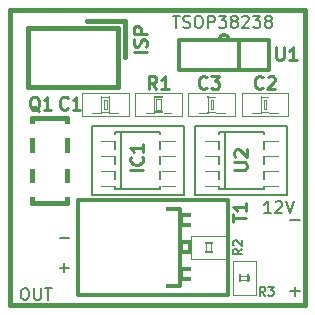
<source format=gto>
G04 (created by PCBNEW (2012-11-23 BZR 3812)-testing) date Tue 27 Nov 2012 09:48:54 PM CET*
%MOIN*%
G04 Gerber Fmt 3.4, Leading zero omitted, Abs format*
%FSLAX34Y34*%
G01*
G70*
G90*
G04 APERTURE LIST*
%ADD10C,3.14961e-06*%
%ADD11C,0.008*%
%ADD12C,0.015*%
%ADD13C,0.011811*%
%ADD14C,0.012*%
%ADD15C,0.0026*%
%ADD16C,0.006*%
%ADD17C,0.002*%
%ADD18C,0.004*%
%ADD19C,0.0078*%
%ADD20C,0.00984252*%
%ADD21C,0.00738189*%
%ADD22R,0.11811X0.0787402*%
%ADD23O,0.11811X0.0787402*%
%ADD24R,0.055X0.055*%
%ADD25C,0.055*%
%ADD26R,0.06X0.06*%
%ADD27C,0.06*%
%ADD28R,0.0511X0.059*%
%ADD29R,0.0866X0.0236*%
%ADD30R,0.0984252X0.0590551*%
%ADD31R,0.275591X0.275591*%
%ADD32R,0.0393X0.0433*%
%ADD33R,0.149606X0.0472441*%
%ADD34R,0.149606X0.0551181*%
%ADD35R,0.0433X0.0393*%
G04 APERTURE END LIST*
G54D10*
G54D11*
X38492Y-19965D02*
X38263Y-19965D01*
X38378Y-19965D02*
X38378Y-19565D01*
X38340Y-19622D01*
X38302Y-19660D01*
X38263Y-19679D01*
X38644Y-19603D02*
X38663Y-19584D01*
X38702Y-19565D01*
X38797Y-19565D01*
X38835Y-19584D01*
X38854Y-19603D01*
X38873Y-19641D01*
X38873Y-19679D01*
X38854Y-19736D01*
X38625Y-19965D01*
X38873Y-19965D01*
X38987Y-19565D02*
X39121Y-19965D01*
X39254Y-19565D01*
X30249Y-22458D02*
X30325Y-22458D01*
X30363Y-22477D01*
X30401Y-22515D01*
X30421Y-22592D01*
X30421Y-22725D01*
X30401Y-22801D01*
X30363Y-22839D01*
X30325Y-22858D01*
X30249Y-22858D01*
X30211Y-22839D01*
X30173Y-22801D01*
X30154Y-22725D01*
X30154Y-22592D01*
X30173Y-22515D01*
X30211Y-22477D01*
X30249Y-22458D01*
X30592Y-22458D02*
X30592Y-22782D01*
X30611Y-22820D01*
X30630Y-22839D01*
X30668Y-22858D01*
X30744Y-22858D01*
X30782Y-22839D01*
X30801Y-22820D01*
X30821Y-22782D01*
X30821Y-22458D01*
X30954Y-22458D02*
X31182Y-22458D01*
X31068Y-22858D02*
X31068Y-22458D01*
X35223Y-13383D02*
X35451Y-13383D01*
X35337Y-13783D02*
X35337Y-13383D01*
X35565Y-13764D02*
X35623Y-13783D01*
X35718Y-13783D01*
X35756Y-13764D01*
X35775Y-13745D01*
X35794Y-13707D01*
X35794Y-13669D01*
X35775Y-13631D01*
X35756Y-13612D01*
X35718Y-13593D01*
X35642Y-13574D01*
X35604Y-13555D01*
X35585Y-13536D01*
X35565Y-13498D01*
X35565Y-13460D01*
X35585Y-13422D01*
X35604Y-13402D01*
X35642Y-13383D01*
X35737Y-13383D01*
X35794Y-13402D01*
X36042Y-13383D02*
X36118Y-13383D01*
X36156Y-13402D01*
X36194Y-13441D01*
X36213Y-13517D01*
X36213Y-13650D01*
X36194Y-13726D01*
X36156Y-13764D01*
X36118Y-13783D01*
X36042Y-13783D01*
X36004Y-13764D01*
X35965Y-13726D01*
X35946Y-13650D01*
X35946Y-13517D01*
X35965Y-13441D01*
X36004Y-13402D01*
X36042Y-13383D01*
X36385Y-13783D02*
X36385Y-13383D01*
X36537Y-13383D01*
X36575Y-13402D01*
X36594Y-13422D01*
X36613Y-13460D01*
X36613Y-13517D01*
X36594Y-13555D01*
X36575Y-13574D01*
X36537Y-13593D01*
X36385Y-13593D01*
X36746Y-13383D02*
X36994Y-13383D01*
X36861Y-13536D01*
X36918Y-13536D01*
X36956Y-13555D01*
X36975Y-13574D01*
X36994Y-13612D01*
X36994Y-13707D01*
X36975Y-13745D01*
X36956Y-13764D01*
X36918Y-13783D01*
X36804Y-13783D01*
X36765Y-13764D01*
X36746Y-13745D01*
X37223Y-13555D02*
X37185Y-13536D01*
X37165Y-13517D01*
X37146Y-13479D01*
X37146Y-13460D01*
X37165Y-13422D01*
X37185Y-13402D01*
X37223Y-13383D01*
X37299Y-13383D01*
X37337Y-13402D01*
X37356Y-13422D01*
X37375Y-13460D01*
X37375Y-13479D01*
X37356Y-13517D01*
X37337Y-13536D01*
X37299Y-13555D01*
X37223Y-13555D01*
X37185Y-13574D01*
X37165Y-13593D01*
X37146Y-13631D01*
X37146Y-13707D01*
X37165Y-13745D01*
X37185Y-13764D01*
X37223Y-13783D01*
X37299Y-13783D01*
X37337Y-13764D01*
X37356Y-13745D01*
X37375Y-13707D01*
X37375Y-13631D01*
X37356Y-13593D01*
X37337Y-13574D01*
X37299Y-13555D01*
X37527Y-13422D02*
X37546Y-13402D01*
X37585Y-13383D01*
X37680Y-13383D01*
X37718Y-13402D01*
X37737Y-13422D01*
X37756Y-13460D01*
X37756Y-13498D01*
X37737Y-13555D01*
X37508Y-13783D01*
X37756Y-13783D01*
X37889Y-13383D02*
X38137Y-13383D01*
X38004Y-13536D01*
X38061Y-13536D01*
X38099Y-13555D01*
X38118Y-13574D01*
X38137Y-13612D01*
X38137Y-13707D01*
X38118Y-13745D01*
X38099Y-13764D01*
X38061Y-13783D01*
X37946Y-13783D01*
X37908Y-13764D01*
X37889Y-13745D01*
X38365Y-13555D02*
X38327Y-13536D01*
X38308Y-13517D01*
X38289Y-13479D01*
X38289Y-13460D01*
X38308Y-13422D01*
X38327Y-13402D01*
X38365Y-13383D01*
X38442Y-13383D01*
X38480Y-13402D01*
X38499Y-13422D01*
X38518Y-13460D01*
X38518Y-13479D01*
X38499Y-13517D01*
X38480Y-13536D01*
X38442Y-13555D01*
X38365Y-13555D01*
X38327Y-13574D01*
X38308Y-13593D01*
X38289Y-13631D01*
X38289Y-13707D01*
X38308Y-13745D01*
X38327Y-13764D01*
X38365Y-13783D01*
X38442Y-13783D01*
X38480Y-13764D01*
X38499Y-13745D01*
X38518Y-13707D01*
X38518Y-13631D01*
X38499Y-13593D01*
X38480Y-13574D01*
X38442Y-13555D01*
X39443Y-20187D02*
X39138Y-20187D01*
X39138Y-22568D02*
X39443Y-22568D01*
X39291Y-22720D02*
X39291Y-22416D01*
X31442Y-20777D02*
X31746Y-20777D01*
X31442Y-21781D02*
X31746Y-21781D01*
X31594Y-21933D02*
X31594Y-21628D01*
G54D12*
X29783Y-23031D02*
X29783Y-13188D01*
X39625Y-23031D02*
X29783Y-23031D01*
X39625Y-13188D02*
X39625Y-23031D01*
X29783Y-13188D02*
X39625Y-13188D01*
G54D13*
X36929Y-14015D02*
G75*
G03X36771Y-14173I0J-157D01*
G74*
G01*
X37086Y-14173D02*
G75*
G03X36929Y-14015I-157J0D01*
G74*
G01*
G54D14*
X38429Y-14185D02*
X38429Y-15185D01*
X38429Y-15185D02*
X35429Y-15185D01*
X35429Y-15185D02*
X35429Y-14185D01*
X35429Y-14185D02*
X38429Y-14185D01*
X37429Y-15185D02*
X37429Y-14185D01*
G54D12*
X33385Y-15747D02*
X33385Y-13779D01*
X30393Y-13779D02*
X30393Y-15747D01*
X30393Y-15747D02*
X33385Y-15747D01*
X33385Y-13779D02*
X30432Y-13779D01*
X30432Y-13779D02*
X30393Y-13779D01*
X33621Y-13543D02*
X33621Y-14763D01*
X33621Y-13543D02*
X32361Y-13543D01*
G54D15*
X34584Y-16063D02*
X34329Y-16063D01*
X34329Y-16063D02*
X34329Y-16614D01*
X34584Y-16614D02*
X34329Y-16614D01*
X34584Y-16063D02*
X34584Y-16614D01*
X35164Y-16063D02*
X34908Y-16063D01*
X34908Y-16063D02*
X34908Y-16614D01*
X35164Y-16614D02*
X34908Y-16614D01*
X35164Y-16063D02*
X35164Y-16614D01*
X34822Y-16142D02*
X34666Y-16142D01*
X34666Y-16142D02*
X34666Y-16534D01*
X34822Y-16534D02*
X34666Y-16534D01*
X34822Y-16142D02*
X34822Y-16534D01*
G54D16*
X34905Y-16588D02*
X34583Y-16588D01*
X34905Y-16088D02*
X34583Y-16088D01*
G54D17*
X35520Y-16725D02*
X33968Y-16725D01*
X33968Y-16725D02*
X33968Y-15951D01*
X33968Y-15951D02*
X35520Y-15951D01*
X35520Y-15951D02*
X35520Y-16725D01*
G54D15*
X36944Y-16053D02*
X36649Y-16053D01*
X36649Y-16053D02*
X36649Y-16623D01*
X36944Y-16623D02*
X36649Y-16623D01*
X36944Y-16053D02*
X36944Y-16623D01*
X36375Y-16053D02*
X36080Y-16053D01*
X36080Y-16053D02*
X36080Y-16623D01*
X36375Y-16623D02*
X36080Y-16623D01*
X36375Y-16053D02*
X36375Y-16623D01*
X36554Y-16181D02*
X36476Y-16181D01*
X36476Y-16181D02*
X36476Y-16495D01*
X36554Y-16495D02*
X36476Y-16495D01*
X36554Y-16181D02*
X36554Y-16495D01*
G54D17*
X37291Y-16725D02*
X35739Y-16725D01*
X35739Y-15951D02*
X37291Y-15951D01*
X37291Y-15951D02*
X37291Y-16725D01*
G54D18*
X36665Y-16597D02*
X36365Y-16597D01*
X36655Y-16079D02*
X36365Y-16079D01*
G54D17*
X35739Y-16725D02*
X35739Y-15951D01*
G54D15*
X38716Y-16053D02*
X38421Y-16053D01*
X38421Y-16053D02*
X38421Y-16623D01*
X38716Y-16623D02*
X38421Y-16623D01*
X38716Y-16053D02*
X38716Y-16623D01*
X38147Y-16053D02*
X37852Y-16053D01*
X37852Y-16053D02*
X37852Y-16623D01*
X38147Y-16623D02*
X37852Y-16623D01*
X38147Y-16053D02*
X38147Y-16623D01*
X38326Y-16181D02*
X38248Y-16181D01*
X38248Y-16181D02*
X38248Y-16495D01*
X38326Y-16495D02*
X38248Y-16495D01*
X38326Y-16181D02*
X38326Y-16495D01*
G54D17*
X39063Y-16725D02*
X37511Y-16725D01*
X37511Y-15951D02*
X39063Y-15951D01*
X39063Y-15951D02*
X39063Y-16725D01*
G54D18*
X38437Y-16597D02*
X38137Y-16597D01*
X38427Y-16079D02*
X38137Y-16079D01*
G54D17*
X37511Y-16725D02*
X37511Y-15951D01*
G54D15*
X33401Y-16053D02*
X33106Y-16053D01*
X33106Y-16053D02*
X33106Y-16623D01*
X33401Y-16623D02*
X33106Y-16623D01*
X33401Y-16053D02*
X33401Y-16623D01*
X32832Y-16053D02*
X32537Y-16053D01*
X32537Y-16053D02*
X32537Y-16623D01*
X32832Y-16623D02*
X32537Y-16623D01*
X32832Y-16053D02*
X32832Y-16623D01*
X33011Y-16181D02*
X32933Y-16181D01*
X32933Y-16181D02*
X32933Y-16495D01*
X33011Y-16495D02*
X32933Y-16495D01*
X33011Y-16181D02*
X33011Y-16495D01*
G54D17*
X33748Y-16725D02*
X32196Y-16725D01*
X32196Y-15951D02*
X33748Y-15951D01*
X33748Y-15951D02*
X33748Y-16725D01*
G54D18*
X33122Y-16597D02*
X32822Y-16597D01*
X33112Y-16079D02*
X32822Y-16079D01*
G54D17*
X32196Y-16725D02*
X32196Y-15951D01*
G54D15*
X32835Y-17362D02*
X32835Y-17555D01*
X32835Y-17555D02*
X33268Y-17555D01*
X33268Y-17362D02*
X33268Y-17555D01*
X32835Y-17362D02*
X33268Y-17362D01*
X32835Y-17862D02*
X32835Y-18055D01*
X32835Y-18055D02*
X33268Y-18055D01*
X33268Y-17862D02*
X33268Y-18055D01*
X32835Y-17862D02*
X33268Y-17862D01*
X32835Y-18361D02*
X32835Y-18554D01*
X32835Y-18554D02*
X33268Y-18554D01*
X33268Y-18361D02*
X33268Y-18554D01*
X32835Y-18361D02*
X33268Y-18361D01*
X32835Y-18861D02*
X32835Y-19054D01*
X32835Y-19054D02*
X33268Y-19054D01*
X33268Y-18861D02*
X33268Y-19054D01*
X32835Y-18861D02*
X33268Y-18861D01*
X34842Y-18861D02*
X34842Y-19054D01*
X34842Y-19054D02*
X35275Y-19054D01*
X35275Y-18861D02*
X35275Y-19054D01*
X34842Y-18861D02*
X35275Y-18861D01*
X34842Y-18361D02*
X34842Y-18554D01*
X34842Y-18554D02*
X35275Y-18554D01*
X35275Y-18361D02*
X35275Y-18554D01*
X34842Y-18361D02*
X35275Y-18361D01*
X34842Y-17862D02*
X34842Y-18055D01*
X34842Y-18055D02*
X35275Y-18055D01*
X35275Y-17862D02*
X35275Y-18055D01*
X34842Y-17862D02*
X35275Y-17862D01*
X34842Y-17362D02*
X34842Y-17555D01*
X34842Y-17555D02*
X35275Y-17555D01*
X35275Y-17362D02*
X35275Y-17555D01*
X34842Y-17362D02*
X35275Y-17362D01*
G54D19*
X35590Y-17067D02*
X35590Y-19349D01*
X35590Y-19349D02*
X32520Y-19349D01*
X32520Y-19349D02*
X32520Y-17067D01*
X32520Y-17067D02*
X35590Y-17067D01*
G54D11*
X34803Y-19152D02*
X33504Y-19152D01*
X33504Y-19152D02*
X33307Y-19152D01*
X33307Y-19152D02*
X33307Y-17264D01*
X33307Y-17264D02*
X33504Y-17264D01*
X33504Y-17264D02*
X34803Y-17264D01*
X34803Y-17264D02*
X34803Y-19152D01*
X33504Y-19152D02*
X33504Y-17264D01*
G54D15*
X36280Y-17362D02*
X36280Y-17555D01*
X36280Y-17555D02*
X36713Y-17555D01*
X36713Y-17362D02*
X36713Y-17555D01*
X36280Y-17362D02*
X36713Y-17362D01*
X36280Y-17862D02*
X36280Y-18055D01*
X36280Y-18055D02*
X36713Y-18055D01*
X36713Y-17862D02*
X36713Y-18055D01*
X36280Y-17862D02*
X36713Y-17862D01*
X36280Y-18361D02*
X36280Y-18554D01*
X36280Y-18554D02*
X36713Y-18554D01*
X36713Y-18361D02*
X36713Y-18554D01*
X36280Y-18361D02*
X36713Y-18361D01*
X36280Y-18861D02*
X36280Y-19054D01*
X36280Y-19054D02*
X36713Y-19054D01*
X36713Y-18861D02*
X36713Y-19054D01*
X36280Y-18861D02*
X36713Y-18861D01*
X38287Y-18861D02*
X38287Y-19054D01*
X38287Y-19054D02*
X38720Y-19054D01*
X38720Y-18861D02*
X38720Y-19054D01*
X38287Y-18861D02*
X38720Y-18861D01*
X38287Y-18361D02*
X38287Y-18554D01*
X38287Y-18554D02*
X38720Y-18554D01*
X38720Y-18361D02*
X38720Y-18554D01*
X38287Y-18361D02*
X38720Y-18361D01*
X38287Y-17862D02*
X38287Y-18055D01*
X38287Y-18055D02*
X38720Y-18055D01*
X38720Y-17862D02*
X38720Y-18055D01*
X38287Y-17862D02*
X38720Y-17862D01*
X38287Y-17362D02*
X38287Y-17555D01*
X38287Y-17555D02*
X38720Y-17555D01*
X38720Y-17362D02*
X38720Y-17555D01*
X38287Y-17362D02*
X38720Y-17362D01*
G54D19*
X39035Y-17067D02*
X39035Y-19349D01*
X39035Y-19349D02*
X35965Y-19349D01*
X35965Y-19349D02*
X35965Y-17067D01*
X35965Y-17067D02*
X39035Y-17067D01*
G54D11*
X38248Y-19152D02*
X36949Y-19152D01*
X36949Y-19152D02*
X36752Y-19152D01*
X36752Y-19152D02*
X36752Y-17264D01*
X36752Y-17264D02*
X36949Y-17264D01*
X36949Y-17264D02*
X38248Y-17264D01*
X38248Y-17264D02*
X38248Y-19152D01*
X36949Y-19152D02*
X36949Y-17264D01*
G54D13*
X32047Y-22677D02*
X32047Y-19527D01*
X32047Y-19527D02*
X37047Y-19527D01*
X37047Y-19527D02*
X37047Y-22677D01*
X37047Y-22677D02*
X32047Y-22677D01*
X36636Y-22172D02*
X36636Y-21832D01*
X36636Y-21832D02*
X35496Y-21832D01*
X35496Y-22172D02*
X35496Y-21832D01*
X36636Y-22172D02*
X35496Y-22172D01*
X36636Y-20372D02*
X36636Y-20032D01*
X36636Y-20032D02*
X35496Y-20032D01*
X35496Y-20372D02*
X35496Y-20032D01*
X36636Y-20372D02*
X35496Y-20372D01*
X35796Y-21272D02*
X35796Y-20932D01*
X35796Y-20932D02*
X35496Y-20932D01*
X35496Y-21272D02*
X35496Y-20932D01*
X35796Y-21272D02*
X35496Y-21272D01*
X33096Y-19812D02*
X35456Y-19812D01*
X35456Y-19812D02*
X35456Y-22392D01*
X35456Y-22392D02*
X33096Y-22392D01*
X33097Y-22392D02*
X33097Y-19812D01*
X33056Y-22112D02*
X32776Y-22112D01*
X32776Y-22112D02*
X32596Y-21932D01*
X32596Y-21932D02*
X32596Y-20272D01*
X32596Y-20272D02*
X32776Y-20092D01*
X32776Y-20092D02*
X33056Y-20092D01*
X33056Y-20092D02*
X33056Y-22112D01*
X33056Y-22112D02*
X32776Y-22112D01*
X32776Y-22112D02*
X32596Y-21932D01*
X32596Y-21932D02*
X32596Y-20272D01*
X32596Y-20272D02*
X32776Y-20092D01*
X32776Y-20092D02*
X33056Y-20092D01*
X33056Y-20092D02*
X33056Y-22112D01*
G54D15*
X36587Y-21272D02*
X36747Y-21272D01*
X36747Y-21272D02*
X36747Y-20932D01*
X36587Y-20932D02*
X36747Y-20932D01*
X36587Y-21272D02*
X36587Y-20932D01*
X36087Y-21272D02*
X36247Y-21272D01*
X36247Y-21272D02*
X36247Y-20932D01*
X36087Y-20932D02*
X36247Y-20932D01*
X36087Y-21272D02*
X36087Y-20932D01*
X36339Y-21259D02*
X36495Y-21259D01*
X36495Y-21259D02*
X36495Y-20945D01*
X36339Y-20945D02*
X36495Y-20945D01*
X36339Y-21259D02*
X36339Y-20945D01*
G54D16*
X36247Y-21242D02*
X36587Y-21242D01*
X36587Y-20962D02*
X36247Y-20962D01*
G54D17*
X35838Y-20715D02*
X36996Y-20715D01*
X36996Y-20715D02*
X36996Y-21489D01*
X36996Y-21489D02*
X35838Y-21489D01*
X35838Y-21489D02*
X35838Y-20715D01*
G54D12*
X31692Y-16791D02*
X31692Y-19625D01*
X31692Y-19625D02*
X30511Y-19625D01*
X30511Y-19625D02*
X30511Y-16791D01*
X30511Y-16791D02*
X31692Y-16791D01*
G54D15*
X37428Y-22295D02*
X37428Y-22455D01*
X37428Y-22455D02*
X37768Y-22455D01*
X37768Y-22295D02*
X37768Y-22455D01*
X37428Y-22295D02*
X37768Y-22295D01*
X37428Y-21795D02*
X37428Y-21955D01*
X37428Y-21955D02*
X37768Y-21955D01*
X37768Y-21795D02*
X37768Y-21955D01*
X37428Y-21795D02*
X37768Y-21795D01*
X37441Y-22047D02*
X37441Y-22203D01*
X37441Y-22203D02*
X37755Y-22203D01*
X37755Y-22047D02*
X37755Y-22203D01*
X37441Y-22047D02*
X37755Y-22047D01*
G54D16*
X37458Y-21955D02*
X37458Y-22295D01*
X37738Y-22295D02*
X37738Y-21955D01*
G54D17*
X37985Y-21546D02*
X37985Y-22704D01*
X37985Y-22704D02*
X37211Y-22704D01*
X37211Y-22704D02*
X37211Y-21546D01*
X37211Y-21546D02*
X37985Y-21546D01*
G54D20*
X38666Y-14427D02*
X38666Y-14777D01*
X38686Y-14819D01*
X38707Y-14839D01*
X38748Y-14860D01*
X38831Y-14860D01*
X38872Y-14839D01*
X38892Y-14819D01*
X38913Y-14777D01*
X38913Y-14427D01*
X39346Y-14860D02*
X39099Y-14860D01*
X39222Y-14860D02*
X39222Y-14427D01*
X39181Y-14489D01*
X39140Y-14530D01*
X39099Y-14550D01*
X34348Y-14595D02*
X33915Y-14595D01*
X34327Y-14410D02*
X34348Y-14348D01*
X34348Y-14245D01*
X34327Y-14204D01*
X34307Y-14183D01*
X34266Y-14162D01*
X34224Y-14162D01*
X34183Y-14183D01*
X34162Y-14204D01*
X34142Y-14245D01*
X34121Y-14327D01*
X34101Y-14369D01*
X34080Y-14389D01*
X34039Y-14410D01*
X33997Y-14410D01*
X33956Y-14389D01*
X33936Y-14369D01*
X33915Y-14327D01*
X33915Y-14224D01*
X33936Y-14162D01*
X34348Y-13977D02*
X33915Y-13977D01*
X33915Y-13812D01*
X33936Y-13771D01*
X33956Y-13750D01*
X33997Y-13729D01*
X34059Y-13729D01*
X34101Y-13750D01*
X34121Y-13771D01*
X34142Y-13812D01*
X34142Y-13977D01*
X34671Y-15824D02*
X34527Y-15618D01*
X34424Y-15824D02*
X34424Y-15391D01*
X34589Y-15391D01*
X34630Y-15412D01*
X34651Y-15433D01*
X34671Y-15474D01*
X34671Y-15536D01*
X34651Y-15577D01*
X34630Y-15598D01*
X34589Y-15618D01*
X34424Y-15618D01*
X35084Y-15824D02*
X34836Y-15824D01*
X34960Y-15824D02*
X34960Y-15391D01*
X34919Y-15453D01*
X34878Y-15494D01*
X34836Y-15515D01*
X36345Y-15783D02*
X36324Y-15804D01*
X36262Y-15824D01*
X36221Y-15824D01*
X36159Y-15804D01*
X36118Y-15763D01*
X36097Y-15721D01*
X36077Y-15639D01*
X36077Y-15577D01*
X36097Y-15494D01*
X36118Y-15453D01*
X36159Y-15412D01*
X36221Y-15391D01*
X36262Y-15391D01*
X36324Y-15412D01*
X36345Y-15433D01*
X36489Y-15391D02*
X36757Y-15391D01*
X36613Y-15556D01*
X36675Y-15556D01*
X36716Y-15577D01*
X36736Y-15598D01*
X36757Y-15639D01*
X36757Y-15742D01*
X36736Y-15783D01*
X36716Y-15804D01*
X36675Y-15824D01*
X36551Y-15824D01*
X36510Y-15804D01*
X36489Y-15783D01*
X38215Y-15783D02*
X38194Y-15804D01*
X38132Y-15824D01*
X38091Y-15824D01*
X38029Y-15804D01*
X37988Y-15763D01*
X37967Y-15721D01*
X37947Y-15639D01*
X37947Y-15577D01*
X37967Y-15494D01*
X37988Y-15453D01*
X38029Y-15412D01*
X38091Y-15391D01*
X38132Y-15391D01*
X38194Y-15412D01*
X38215Y-15433D01*
X38380Y-15433D02*
X38400Y-15412D01*
X38442Y-15391D01*
X38545Y-15391D01*
X38586Y-15412D01*
X38607Y-15433D01*
X38627Y-15474D01*
X38627Y-15515D01*
X38607Y-15577D01*
X38359Y-15824D01*
X38627Y-15824D01*
X31719Y-16472D02*
X31698Y-16493D01*
X31636Y-16513D01*
X31595Y-16513D01*
X31533Y-16493D01*
X31492Y-16452D01*
X31471Y-16410D01*
X31451Y-16328D01*
X31451Y-16266D01*
X31471Y-16183D01*
X31492Y-16142D01*
X31533Y-16101D01*
X31595Y-16080D01*
X31636Y-16080D01*
X31698Y-16101D01*
X31719Y-16122D01*
X32131Y-16513D02*
X31884Y-16513D01*
X32007Y-16513D02*
X32007Y-16080D01*
X31966Y-16142D01*
X31925Y-16183D01*
X31884Y-16204D01*
X34230Y-18532D02*
X33797Y-18532D01*
X34189Y-18079D02*
X34209Y-18099D01*
X34230Y-18161D01*
X34230Y-18203D01*
X34209Y-18264D01*
X34168Y-18306D01*
X34127Y-18326D01*
X34044Y-18347D01*
X33982Y-18347D01*
X33900Y-18326D01*
X33859Y-18306D01*
X33817Y-18264D01*
X33797Y-18203D01*
X33797Y-18161D01*
X33817Y-18099D01*
X33838Y-18079D01*
X34230Y-17666D02*
X34230Y-17914D01*
X34230Y-17790D02*
X33797Y-17790D01*
X33859Y-17831D01*
X33900Y-17873D01*
X33921Y-17914D01*
X37261Y-18518D02*
X37612Y-18518D01*
X37653Y-18498D01*
X37674Y-18477D01*
X37694Y-18436D01*
X37694Y-18353D01*
X37674Y-18312D01*
X37653Y-18292D01*
X37612Y-18271D01*
X37261Y-18271D01*
X37303Y-18085D02*
X37282Y-18065D01*
X37261Y-18023D01*
X37261Y-17920D01*
X37282Y-17879D01*
X37303Y-17859D01*
X37344Y-17838D01*
X37385Y-17838D01*
X37447Y-17859D01*
X37694Y-18106D01*
X37694Y-17838D01*
X37222Y-20251D02*
X37222Y-20003D01*
X37655Y-20127D02*
X37222Y-20127D01*
X37655Y-19632D02*
X37655Y-19880D01*
X37655Y-19756D02*
X37222Y-19756D01*
X37284Y-19797D01*
X37325Y-19838D01*
X37346Y-19880D01*
G54D21*
X37521Y-21151D02*
X37380Y-21250D01*
X37521Y-21320D02*
X37225Y-21320D01*
X37225Y-21207D01*
X37239Y-21179D01*
X37253Y-21165D01*
X37282Y-21151D01*
X37324Y-21151D01*
X37352Y-21165D01*
X37366Y-21179D01*
X37380Y-21207D01*
X37380Y-21320D01*
X37253Y-21039D02*
X37239Y-21025D01*
X37225Y-20996D01*
X37225Y-20926D01*
X37239Y-20898D01*
X37253Y-20884D01*
X37282Y-20870D01*
X37310Y-20870D01*
X37352Y-20884D01*
X37521Y-21053D01*
X37521Y-20870D01*
G54D20*
X30765Y-16555D02*
X30724Y-16534D01*
X30683Y-16493D01*
X30621Y-16431D01*
X30580Y-16410D01*
X30538Y-16410D01*
X30559Y-16513D02*
X30518Y-16493D01*
X30477Y-16452D01*
X30456Y-16369D01*
X30456Y-16225D01*
X30477Y-16142D01*
X30518Y-16101D01*
X30559Y-16080D01*
X30642Y-16080D01*
X30683Y-16101D01*
X30724Y-16142D01*
X30745Y-16225D01*
X30745Y-16369D01*
X30724Y-16452D01*
X30683Y-16493D01*
X30642Y-16513D01*
X30559Y-16513D01*
X31157Y-16513D02*
X30910Y-16513D01*
X31033Y-16513D02*
X31033Y-16080D01*
X30992Y-16142D01*
X30951Y-16183D01*
X30910Y-16204D01*
G54D21*
X38297Y-22717D02*
X38198Y-22577D01*
X38128Y-22717D02*
X38128Y-22422D01*
X38241Y-22422D01*
X38269Y-22436D01*
X38283Y-22450D01*
X38297Y-22478D01*
X38297Y-22521D01*
X38283Y-22549D01*
X38269Y-22563D01*
X38241Y-22577D01*
X38128Y-22577D01*
X38395Y-22422D02*
X38578Y-22422D01*
X38480Y-22535D01*
X38522Y-22535D01*
X38550Y-22549D01*
X38564Y-22563D01*
X38578Y-22591D01*
X38578Y-22661D01*
X38564Y-22689D01*
X38550Y-22703D01*
X38522Y-22717D01*
X38437Y-22717D01*
X38409Y-22703D01*
X38395Y-22689D01*
%LPC*%
G54D22*
X38740Y-21759D03*
G54D23*
X38740Y-20759D03*
G54D22*
X30649Y-21759D03*
G54D23*
X30649Y-20759D03*
G54D24*
X37929Y-14685D03*
G54D25*
X36929Y-14685D03*
X35929Y-14685D03*
G54D26*
X32889Y-14263D03*
G54D27*
X32889Y-15263D03*
X31889Y-14263D03*
X31889Y-15263D03*
X30889Y-14263D03*
X30889Y-15263D03*
G54D28*
X35118Y-16338D03*
X34370Y-16338D03*
X36889Y-16338D03*
X36141Y-16338D03*
X38661Y-16338D03*
X37913Y-16338D03*
X33346Y-16338D03*
X32598Y-16338D03*
G54D29*
X33032Y-17458D03*
X33032Y-17958D03*
X33032Y-18458D03*
X33032Y-18958D03*
X35078Y-18958D03*
X35078Y-18458D03*
X35078Y-17958D03*
X35078Y-17458D03*
X36477Y-17458D03*
X36477Y-17958D03*
X36477Y-18458D03*
X36477Y-18958D03*
X38523Y-18958D03*
X38523Y-18458D03*
X38523Y-17958D03*
X38523Y-17458D03*
G54D30*
X36338Y-22007D03*
X36338Y-20196D03*
G54D31*
X33622Y-21102D03*
G54D32*
X36083Y-21102D03*
X36751Y-21102D03*
G54D33*
X31102Y-17224D03*
G54D34*
X31102Y-18208D03*
G54D33*
X31102Y-19192D03*
G54D35*
X37598Y-21791D03*
X37598Y-22459D03*
M02*

</source>
